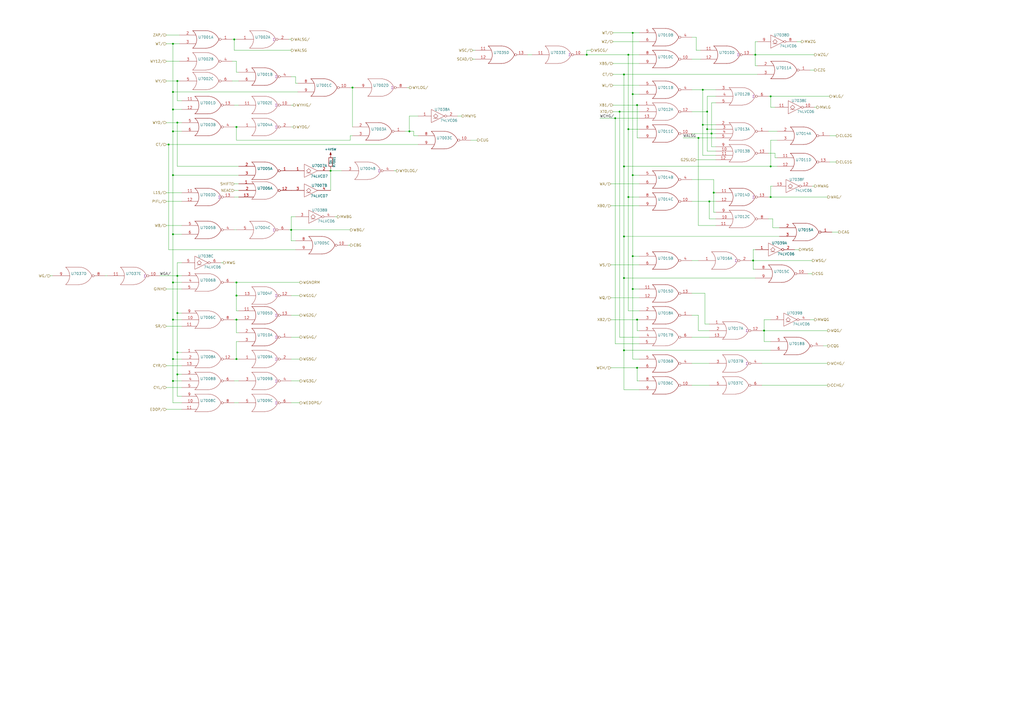
<source format=kicad_sch>
(kicad_sch (version 20211123) (generator eeschema)
  (paper "A2")
  (lib_symbols
    (symbol "Device:R" (pin_numbers hide) (pin_names (offset 0))
      (property "Reference" "R" (at 2.032 0 90))
      (property "Value" "R" (at 0 0 90))
      (symbol "R_1_1"
        (pin passive line (at 0 3.81 270) (length 1.27) (name "~") (number "1"))
        (pin passive line (at 0 -3.81 90) (length 1.27) (name "~") (number "2"))
      )
    )
    (symbol "agc_kicad_components:+4VSW" (power) (pin_names (offset 0))
      (property "Value" "+4VSW" (at 0.127 2.794 0))
      (symbol "+4VSW_1_1"
        (pin power_in line (at 0 0 90) (length 0) hide (name "+4VSW") (number "1"))
      )
    )
    (symbol "agc_kicad_components:74HC02" (pin_names (offset 0.762))
      (property "Reference" "U" (at 0 1.27 0))
      (symbol "74HC02_1_1"
        (pin output inverted (at 15.24 0 180) (length 7.62) (name "~") (number "1"))
        (pin input line (at -15.24 2.54 0) (length 9.398) (name "~") (number "2"))
        (pin input line (at -15.24 -2.54 0) (length 9.398) (name "~") (number "3"))
      )
      (symbol "74HC02_2_1"
        (pin output inverted (at 15.24 0 180) (length 7.62) (name "~") (number "4"))
        (pin input line (at -15.24 2.54 0) (length 9.398) (name "~") (number "5"))
        (pin input line (at -15.24 -2.54 0) (length 9.398) (name "~") (number "6"))
      )
      (symbol "74HC02_3_1"
        (pin output inverted (at 15.24 0 180) (length 7.62) (name "~") (number "10"))
        (pin input line (at -15.24 2.54 0) (length 9.398) (name "~") (number "8"))
        (pin input line (at -15.24 -2.54 0) (length 9.398) (name "~") (number "9"))
      )
      (symbol "74HC02_4_1"
        (pin input line (at -15.24 2.54 0) (length 9.398) (name "~") (number "11"))
        (pin input line (at -15.24 -2.54 0) (length 9.398) (name "~") (number "12"))
        (pin output inverted (at 15.24 0 180) (length 7.62) (name "~") (number "13"))
      )
      (symbol "74HC02_5_0"
        (text "GND" (at 2.54 -3.81 0) (effects (font (size 0.9906 0.9906))))
        (text "VCC" (at 2.54 3.81 0) (effects (font (size 0.9906 0.9906))))
      )
      (symbol "74HC02_5_1"
        (pin power_in line (at 0 6.35 270) (length 3.81) (name "VCC") (number "14"))
        (pin power_in line (at 0 -6.35 90) (length 3.81) (name "GND") (number "7"))
      )
    )
    (symbol "agc_kicad_components:74HC04" (pin_names (offset 0.762))
      (property "Reference" "U" (at 0 1.27 0))
      (symbol "74HC04_1_1"
        (pin input line (at -15.24 0 0) (length 9.906) (name "~") (number "1"))
        (pin output inverted (at 15.24 0 180) (length 7.62) (name "~") (number "2"))
      )
      (symbol "74HC04_2_1"
        (pin input line (at -15.24 0 0) (length 9.906) (name "~") (number "3"))
        (pin output inverted (at 15.24 0 180) (length 7.62) (name "~") (number "4"))
      )
      (symbol "74HC04_3_1"
        (pin input line (at -15.24 0 0) (length 9.906) (name "~") (number "5"))
        (pin output inverted (at 15.24 0 180) (length 7.62) (name "~") (number "6"))
      )
      (symbol "74HC04_4_1"
        (pin output inverted (at 15.24 0 180) (length 7.62) (name "~") (number "8"))
        (pin input line (at -15.24 0 0) (length 9.906) (name "~") (number "9"))
      )
      (symbol "74HC04_5_1"
        (pin output inverted (at 15.24 0 180) (length 7.62) (name "~") (number "10"))
        (pin input line (at -15.24 0 0) (length 9.906) (name "~") (number "11"))
      )
      (symbol "74HC04_6_1"
        (pin output inverted (at 15.24 0 180) (length 7.62) (name "~") (number "12"))
        (pin input line (at -15.24 0 0) (length 9.906) (name "~") (number "13"))
      )
      (symbol "74HC04_7_0"
        (text "GND" (at 2.54 -3.81 0) (effects (font (size 0.9906 0.9906))))
        (text "VCC" (at 2.54 3.81 0) (effects (font (size 0.9906 0.9906))))
      )
      (symbol "74HC04_7_1"
        (pin power_in line (at 0 6.35 270) (length 3.81) (name "VCC") (number "14"))
        (pin power_in line (at 0 -6.35 90) (length 3.81) (name "GND") (number "7"))
      )
    )
    (symbol "agc_kicad_components:74HC27" (pin_names (offset 0.762))
      (property "Reference" "U" (at 0 1.27 0))
      (symbol "74HC27_1_1"
        (pin input line (at -15.24 3.81 0) (length 8.763) (name "~") (number "1"))
        (pin output inverted (at 15.24 0 180) (length 7.62) (name "~") (number "12"))
        (pin input line (at -15.24 -3.81 0) (length 8.763) (name "~") (number "13"))
        (pin input line (at -15.24 0 0) (length 9.906) (name "~") (number "2"))
      )
      (symbol "74HC27_2_1"
        (pin input line (at -15.24 3.81 0) (length 8.763) (name "~") (number "3"))
        (pin input line (at -15.24 0 0) (length 9.906) (name "~") (number "4"))
        (pin input line (at -15.24 -3.81 0) (length 8.763) (name "~") (number "5"))
        (pin output inverted (at 15.24 0 180) (length 7.62) (name "~") (number "6"))
      )
      (symbol "74HC27_3_1"
        (pin input line (at -15.24 0 0) (length 9.906) (name "~") (number "10"))
        (pin input line (at -15.24 -3.81 0) (length 8.763) (name "~") (number "11"))
        (pin output inverted (at 15.24 0 180) (length 7.62) (name "~") (number "8"))
        (pin input line (at -15.24 3.81 0) (length 8.763) (name "~") (number "9"))
      )
      (symbol "74HC27_4_0"
        (text "GND" (at 2.54 -3.81 0) (effects (font (size 0.9906 0.9906))))
        (text "VCC" (at 2.54 3.81 0) (effects (font (size 0.9906 0.9906))))
      )
      (symbol "74HC27_4_1"
        (pin power_in line (at 0 6.35 270) (length 3.81) (name "VCC") (number "14"))
        (pin power_in line (at 0 -6.35 90) (length 3.81) (name "GND") (number "7"))
      )
    )
    (symbol "agc_kicad_components:74HC4002" (pin_names (offset 0.762))
      (property "Reference" "U" (at 0 1.27 0))
      (symbol "74HC4002_1_1"
        (pin output inverted (at 15.24 0 180) (length 7.62) (name "~") (number "1"))
        (pin input line (at -15.24 3.81 0) (length 8.509) (name "~") (number "2"))
        (pin input line (at -15.24 1.27 0) (length 9.652) (name "~") (number "3"))
        (pin input line (at -15.24 -1.27 0) (length 9.652) (name "~") (number "4"))
        (pin input line (at -15.24 -3.81 0) (length 8.509) (name "~") (number "5"))
        (pin no_connect line (at -2.54 5.08 90) (length 0) hide (name "NC1") (number "6"))
        (pin no_connect line (at 0 5.08 90) (length 0) hide (name "NC2") (number "8"))
      )
      (symbol "74HC4002_2_1"
        (pin input line (at -15.24 1.27 0) (length 9.652) (name "~") (number "10"))
        (pin input line (at -15.24 -1.27 0) (length 9.652) (name "~") (number "11"))
        (pin input line (at -15.24 -3.81 0) (length 8.509) (name "~") (number "12"))
        (pin output inverted (at 15.24 0 180) (length 7.62) (name "~") (number "13"))
        (pin no_connect line (at -2.54 5.08 90) (length 0) hide (name "NC1") (number "6"))
        (pin no_connect line (at 0 5.08 90) (length 0) hide (name "NC2") (number "8"))
        (pin input line (at -15.24 3.81 0) (length 8.509) (name "~") (number "9"))
      )
      (symbol "74HC4002_3_0"
        (text "GND" (at 2.54 -3.81 0) (effects (font (size 0.9906 0.9906))))
        (text "VCC" (at 2.54 3.81 0) (effects (font (size 0.9906 0.9906))))
      )
      (symbol "74HC4002_3_1"
        (pin power_in line (at 0 6.35 270) (length 3.81) (name "VCC") (number "14"))
        (pin power_in line (at 0 -6.35 90) (length 3.81) (name "GND") (number "7"))
      )
    )
    (symbol "agc_kicad_components:74LVC06" (pin_names (offset 0.762))
      (property "Reference" "U" (at 0 1.27 0))
      (symbol "74LVC06_1_1"
        (pin input line (at -11.43 0 0) (length 7.62) (name "~") (number "1"))
        (pin open_collector inverted (at 11.43 0 180) (length 7.62) (name "~") (number "2"))
      )
      (symbol "74LVC06_2_1"
        (pin input line (at -11.43 0 0) (length 7.62) (name "~") (number "3"))
        (pin open_collector inverted (at 11.43 0 180) (length 7.62) (name "~") (number "4"))
      )
      (symbol "74LVC06_3_1"
        (pin input line (at -11.43 0 0) (length 7.62) (name "~") (number "5"))
        (pin open_collector inverted (at 11.43 0 180) (length 7.62) (name "~") (number "6"))
      )
      (symbol "74LVC06_4_1"
        (pin open_collector inverted (at 11.43 0 180) (length 7.62) (name "~") (number "8"))
        (pin input line (at -11.43 0 0) (length 7.62) (name "~") (number "9"))
      )
      (symbol "74LVC06_5_1"
        (pin open_collector inverted (at 11.43 0 180) (length 7.62) (name "~") (number "10"))
        (pin input line (at -11.43 0 0) (length 7.62) (name "~") (number "11"))
      )
      (symbol "74LVC06_6_1"
        (pin open_collector inverted (at 11.43 0 180) (length 7.62) (name "~") (number "12"))
        (pin input line (at -11.43 0 0) (length 7.62) (name "~") (number "13"))
      )
      (symbol "74LVC06_7_0"
        (text "GND" (at 2.54 -3.81 0) (effects (font (size 0.9906 0.9906))))
        (text "VCC" (at 2.54 3.81 0) (effects (font (size 0.9906 0.9906))))
      )
      (symbol "74LVC06_7_1"
        (pin power_in line (at 0 6.35 270) (length 3.81) (name "VCC") (number "14"))
        (pin power_in line (at 0 -6.35 90) (length 3.81) (name "GND") (number "7"))
      )
    )
    (symbol "agc_kicad_components:74LVC07" (pin_names (offset 0.762))
      (property "Reference" "U" (at 0 1.27 0))
      (symbol "74LVC07_1_1"
        (pin input line (at -11.43 0 0) (length 7.62) (name "~") (number "1"))
        (pin open_collector line (at 11.43 0 180) (length 7.62) (name "~") (number "2"))
      )
      (symbol "74LVC07_2_1"
        (pin input line (at -11.43 0 0) (length 7.62) (name "~") (number "3"))
        (pin open_collector line (at 11.43 0 180) (length 7.62) (name "~") (number "4"))
      )
      (symbol "74LVC07_3_1"
        (pin input line (at -11.43 0 0) (length 7.62) (name "~") (number "5"))
        (pin open_collector line (at 11.43 0 180) (length 7.62) (name "~") (number "6"))
      )
      (symbol "74LVC07_4_1"
        (pin open_collector line (at 11.43 0 180) (length 7.62) (name "~") (number "8"))
        (pin input line (at -11.43 0 0) (length 7.62) (name "~") (number "9"))
      )
      (symbol "74LVC07_5_1"
        (pin open_collector line (at 11.43 0 180) (length 7.62) (name "~") (number "10"))
        (pin input line (at -11.43 0 0) (length 7.62) (name "~") (number "11"))
      )
      (symbol "74LVC07_6_1"
        (pin open_collector line (at 11.43 0 180) (length 7.62) (name "~") (number "12"))
        (pin input line (at -11.43 0 0) (length 7.62) (name "~") (number "13"))
      )
      (symbol "74LVC07_7_0"
        (text "GND" (at 2.54 -3.81 0) (effects (font (size 0.9906 0.9906))))
        (text "VCC" (at 2.54 3.81 0) (effects (font (size 0.9906 0.9906))))
      )
      (symbol "74LVC07_7_1"
        (pin power_in line (at 0 6.35 270) (length 3.81) (name "VCC") (number "14"))
        (pin power_in line (at 0 -6.35 90) (length 3.81) (name "GND") (number "7"))
      )
    )
  )
  (junction (at 191.77 99.06))
  (junction (at 361.95 96.52))
  (junction (at 414.02 111.76))
  (junction (at 369.57 60.96))
  (junction (at 100.33 163.83))
  (junction (at 367.03 167.64))
  (junction (at 410.21 74.93))
  (junction (at 369.57 213.36))
  (junction (at 411.48 116.84))
  (junction (at 100.33 208.28))
  (junction (at 367.03 101.6))
  (junction (at 356.87 68.58))
  (junction (at 137.16 73.66))
  (junction (at 100.33 76.2))
  (junction (at 137.16 185.42))
  (junction (at 204.47 50.8))
  (junction (at 102.87 181.61))
  (junction (at 436.88 151.13))
  (junction (at 168.91 133.35))
  (junction (at 361.95 203.2))
  (junction (at 100.33 220.98))
  (junction (at 447.04 55.88))
  (junction (at 100.33 25.4))
  (junction (at 100.33 53.34))
  (junction (at 447.04 114.3))
  (junction (at 361.95 137.16))
  (junction (at 237.49 76.2))
  (junction (at 364.49 31.75))
  (junction (at 364.49 114.3))
  (junction (at 367.03 54.61))
  (junction (at 102.87 71.12))
  (junction (at 100.33 101.6))
  (junction (at 438.15 31.75))
  (junction (at 359.41 64.77))
  (junction (at 137.16 163.83))
  (junction (at 100.33 135.89))
  (junction (at 412.75 77.47))
  (junction (at 367.03 148.59))
  (junction (at 407.67 52.07))
  (junction (at 100.33 63.5))
  (junction (at 102.87 217.17))
  (junction (at 447.04 96.52))
  (junction (at 137.16 171.45))
  (junction (at 97.79 83.82))
  (junction (at 407.67 72.39))
  (junction (at 340.36 31.75))
  (junction (at 137.16 208.28))
  (junction (at 367.03 19.05))
  (junction (at 102.87 46.99))
  (junction (at 135.89 22.86))
  (junction (at 361.95 43.18))
  (junction (at 410.21 64.77))
  (junction (at 443.23 191.77))
  (junction (at 361.95 161.29))
  (junction (at 102.87 160.02))
  (junction (at 369.57 185.42))
  (junction (at 100.33 185.42))
  (junction (at 102.87 204.47))
  (junction (at 364.49 74.93))
  (junction (at 405.13 80.01))
  (wire (pts (xy 265.43 67.31) (xy 267.97 67.31)))
  (wire (pts (xy 105.41 130.81) (xy 96.52 130.81)))
  (wire (pts (xy 401.32 52.07) (xy 407.67 52.07)))
  (wire (pts (xy 191.77 99.06) (xy 191.77 110.49)))
  (wire (pts (xy 364.49 74.93) (xy 364.49 114.3)))
  (wire (pts (xy 361.95 161.29) (xy 438.15 161.29)))
  (wire (pts (xy 135.89 220.98) (xy 138.43 220.98)))
  (wire (pts (xy 401.32 170.18) (xy 408.94 170.18)))
  (wire (pts (xy 100.33 53.34) (xy 100.33 63.5)))
  (wire (pts (xy 138.43 193.04) (xy 137.16 193.04)))
  (wire (pts (xy 100.33 135.89) (xy 105.41 135.89)))
  (wire (pts (xy 361.95 43.18) (xy 439.42 43.18)))
  (wire (pts (xy 445.77 88.9) (xy 449.58 88.9)))
  (wire (pts (xy 447.04 185.42) (xy 443.23 185.42)))
  (wire (pts (xy 96.52 71.12) (xy 102.87 71.12)))
  (wire (pts (xy 405.13 80.01) (xy 405.13 130.81)))
  (wire (pts (xy 203.2 81.28) (xy 203.2 78.74)))
  (wire (pts (xy 204.47 50.8) (xy 204.47 73.66)))
  (wire (pts (xy 364.49 180.34) (xy 370.84 180.34)))
  (wire (pts (xy 102.87 217.17) (xy 102.87 229.87)))
  (wire (pts (xy 137.16 35.56) (xy 134.62 35.56)))
  (wire (pts (xy 128.27 152.4) (xy 129.54 152.4)))
  (wire (pts (xy 401.32 77.47) (xy 412.75 77.47)))
  (wire (pts (xy 203.2 50.8) (xy 204.47 50.8)))
  (wire (pts (xy 100.33 53.34) (xy 172.72 53.34)))
  (wire (pts (xy 168.91 139.7) (xy 171.45 139.7)))
  (wire (pts (xy 137.16 185.42) (xy 138.43 185.42)))
  (wire (pts (xy 367.03 167.64) (xy 370.84 167.64)))
  (wire (pts (xy 102.87 46.99) (xy 104.14 46.99)))
  (wire (pts (xy 367.03 101.6) (xy 370.84 101.6)))
  (wire (pts (xy 411.48 116.84) (xy 411.48 127)))
  (wire (pts (xy 102.87 217.17) (xy 105.41 217.17)))
  (wire (pts (xy 100.33 220.98) (xy 100.33 233.68)))
  (wire (pts (xy 105.41 167.64) (xy 96.52 167.64)))
  (wire (pts (xy 102.87 71.12) (xy 105.41 71.12)))
  (wire (pts (xy 364.49 114.3) (xy 370.84 114.3)))
  (wire (pts (xy 405.13 80.01) (xy 415.29 80.01)))
  (wire (pts (xy 485.14 78.74) (xy 481.33 78.74)))
  (wire (pts (xy 438.15 31.75) (xy 472.44 31.75)))
  (wire (pts (xy 447.04 96.52) (xy 450.85 96.52)))
  (wire (pts (xy 167.64 22.86) (xy 168.91 22.86)))
  (wire (pts (xy 369.57 191.77) (xy 370.84 191.77)))
  (wire (pts (xy 412.75 77.47) (xy 415.29 77.47)))
  (wire (pts (xy 198.12 99.06) (xy 191.77 99.06)))
  (wire (pts (xy 369.57 213.36) (xy 370.84 213.36)))
  (wire (pts (xy 168.91 233.68) (xy 173.99 233.68)))
  (wire (pts (xy 438.15 31.75) (xy 438.15 38.1)))
  (wire (pts (xy 412.75 59.69) (xy 412.75 77.47)))
  (wire (pts (xy 167.64 133.35) (xy 168.91 133.35)))
  (wire (pts (xy 445.77 127) (xy 448.31 127)))
  (wire (pts (xy 369.57 60.96) (xy 369.57 80.01)))
  (wire (pts (xy 369.57 213.36) (xy 369.57 220.98)))
  (wire (pts (xy 137.16 193.04) (xy 137.16 185.42)))
  (wire (pts (xy 435.61 151.13) (xy 436.88 151.13)))
  (wire (pts (xy 102.87 71.12) (xy 102.87 96.52)))
  (wire (pts (xy 102.87 160.02) (xy 102.87 181.61)))
  (wire (pts (xy 194.31 125.73) (xy 195.58 125.73)))
  (wire (pts (xy 411.48 127) (xy 415.29 127)))
  (wire (pts (xy 135.89 106.68) (xy 138.43 106.68)))
  (wire (pts (xy 96.52 83.82) (xy 97.79 83.82)))
  (wire (pts (xy 135.89 163.83) (xy 137.16 163.83)))
  (wire (pts (xy 438.15 24.13) (xy 439.42 24.13)))
  (wire (pts (xy 135.89 29.21) (xy 168.91 29.21)))
  (wire (pts (xy 414.02 111.76) (xy 414.02 123.19)))
  (wire (pts (xy 436.88 151.13) (xy 436.88 156.21)))
  (wire (pts (xy 450.85 81.28) (xy 447.04 81.28)))
  (wire (pts (xy 102.87 58.42) (xy 105.41 58.42)))
  (wire (pts (xy 370.84 24.13) (xy 355.6 24.13)))
  (wire (pts (xy 168.91 133.35) (xy 203.2 133.35)))
  (wire (pts (xy 168.91 195.58) (xy 173.99 195.58)))
  (wire (pts (xy 436.88 31.75) (xy 438.15 31.75)))
  (wire (pts (xy 96.52 116.84) (xy 105.41 116.84)))
  (wire (pts (xy 203.2 78.74) (xy 204.47 78.74)))
  (wire (pts (xy 408.94 187.96) (xy 411.48 187.96)))
  (wire (pts (xy 407.67 90.17) (xy 415.29 90.17)))
  (wire (pts (xy 414.02 123.19) (xy 415.29 123.19)))
  (wire (pts (xy 191.77 97.79) (xy 191.77 99.06)))
  (wire (pts (xy 447.04 55.88) (xy 447.04 62.23)))
  (wire (pts (xy 137.16 81.28) (xy 203.2 81.28)))
  (wire (pts (xy 234.95 76.2) (xy 237.49 76.2)))
  (wire (pts (xy 102.87 181.61) (xy 105.41 181.61)))
  (wire (pts (xy 436.88 144.78) (xy 438.15 144.78)))
  (wire (pts (xy 100.33 163.83) (xy 105.41 163.83)))
  (wire (pts (xy 171.45 144.78) (xy 97.79 144.78)))
  (wire (pts (xy 408.94 170.18) (xy 408.94 187.96)))
  (wire (pts (xy 100.33 208.28) (xy 100.33 220.98)))
  (wire (pts (xy 412.75 85.09) (xy 415.29 85.09)))
  (wire (pts (xy 443.23 191.77) (xy 480.06 191.77)))
  (wire (pts (xy 237.49 67.31) (xy 242.57 67.31)))
  (wire (pts (xy 100.33 25.4) (xy 104.14 25.4)))
  (wire (pts (xy 415.29 92.71) (xy 403.86 92.71)))
  (wire (pts (xy 369.57 185.42) (xy 369.57 191.77)))
  (wire (pts (xy 135.89 22.86) (xy 135.89 29.21)))
  (wire (pts (xy 100.33 76.2) (xy 100.33 101.6)))
  (wire (pts (xy 364.49 31.75) (xy 370.84 31.75)))
  (wire (pts (xy 403.86 21.59) (xy 403.86 29.21)))
  (wire (pts (xy 137.16 171.45) (xy 138.43 171.45)))
  (wire (pts (xy 367.03 101.6) (xy 367.03 148.59)))
  (wire (pts (xy 96.52 46.99) (xy 102.87 46.99)))
  (wire (pts (xy 407.67 72.39) (xy 407.67 90.17)))
  (wire (pts (xy 92.71 160.02) (xy 102.87 160.02)))
  (wire (pts (xy 168.91 171.45) (xy 173.99 171.45)))
  (wire (pts (xy 137.16 208.28) (xy 137.16 198.12)))
  (wire (pts (xy 403.86 29.21) (xy 406.4 29.21)))
  (wire (pts (xy 469.9 40.64) (xy 472.44 40.64)))
  (wire (pts (xy 436.88 151.13) (xy 471.17 151.13)))
  (wire (pts (xy 105.41 224.79) (xy 96.52 224.79)))
  (wire (pts (xy 447.04 81.28) (xy 447.04 96.52)))
  (wire (pts (xy 370.84 153.67) (xy 354.33 153.67)))
  (wire (pts (xy 370.84 199.39) (xy 356.87 199.39)))
  (wire (pts (xy 401.32 116.84) (xy 411.48 116.84)))
  (wire (pts (xy 137.16 73.66) (xy 138.43 73.66)))
  (wire (pts (xy 461.01 144.78) (xy 463.55 144.78)))
  (wire (pts (xy 228.6 99.06) (xy 229.87 99.06)))
  (wire (pts (xy 448.31 107.95) (xy 447.04 107.95)))
  (wire (pts (xy 168.91 44.45) (xy 171.45 44.45)))
  (wire (pts (xy 135.89 73.66) (xy 137.16 73.66)))
  (wire (pts (xy 396.24 80.01) (xy 405.13 80.01)))
  (wire (pts (xy 407.67 52.07) (xy 415.29 52.07)))
  (wire (pts (xy 105.41 189.23) (xy 96.52 189.23)))
  (wire (pts (xy 347.98 68.58) (xy 356.87 68.58)))
  (wire (pts (xy 367.03 148.59) (xy 367.03 167.64)))
  (wire (pts (xy 370.84 74.93) (xy 364.49 74.93)))
  (wire (pts (xy 355.6 60.96) (xy 369.57 60.96)))
  (wire (pts (xy 274.32 34.29) (xy 275.59 34.29)))
  (wire (pts (xy 361.95 203.2) (xy 447.04 203.2)))
  (wire (pts (xy 441.96 210.82) (xy 480.06 210.82)))
  (wire (pts (xy 168.91 182.88) (xy 173.99 182.88)))
  (wire (pts (xy 359.41 64.77) (xy 359.41 195.58)))
  (wire (pts (xy 100.33 163.83) (xy 100.33 185.42)))
  (wire (pts (xy 436.88 156.21) (xy 438.15 156.21)))
  (wire (pts (xy 401.32 151.13) (xy 405.13 151.13)))
  (wire (pts (xy 412.75 59.69) (xy 415.29 59.69)))
  (wire (pts (xy 134.62 46.99) (xy 138.43 46.99)))
  (wire (pts (xy 445.77 114.3) (xy 447.04 114.3)))
  (wire (pts (xy 340.36 31.75) (xy 364.49 31.75)))
  (wire (pts (xy 410.21 74.93) (xy 410.21 87.63)))
  (wire (pts (xy 414.02 104.14) (xy 401.32 104.14)))
  (wire (pts (xy 443.23 191.77) (xy 443.23 198.12)))
  (wire (pts (xy 369.57 185.42) (xy 370.84 185.42)))
  (wire (pts (xy 401.32 34.29) (xy 406.4 34.29)))
  (wire (pts (xy 355.6 64.77) (xy 359.41 64.77)))
  (wire (pts (xy 447.04 55.88) (xy 481.33 55.88)))
  (wire (pts (xy 100.33 208.28) (xy 105.41 208.28)))
  (wire (pts (xy 137.16 73.66) (xy 137.16 81.28)))
  (wire (pts (xy 367.03 54.61) (xy 367.03 101.6)))
  (wire (pts (xy 410.21 64.77) (xy 401.32 64.77)))
  (wire (pts (xy 361.95 137.16) (xy 361.95 161.29)))
  (wire (pts (xy 137.16 180.34) (xy 138.43 180.34)))
  (wire (pts (xy 447.04 114.3) (xy 480.06 114.3)))
  (wire (pts (xy 355.6 19.05) (xy 367.03 19.05)))
  (wire (pts (xy 361.95 43.18) (xy 361.95 96.52)))
  (wire (pts (xy 168.91 125.73) (xy 168.91 133.35)))
  (wire (pts (xy 462.28 24.13) (xy 464.82 24.13)))
  (wire (pts (xy 201.93 142.24) (xy 203.2 142.24)))
  (wire (pts (xy 415.29 72.39) (xy 407.67 72.39)))
  (wire (pts (xy 168.91 208.28) (xy 173.99 208.28)))
  (wire (pts (xy 410.21 55.88) (xy 410.21 64.77)))
  (wire (pts (xy 410.21 87.63) (xy 415.29 87.63)))
  (wire (pts (xy 240.03 76.2) (xy 240.03 78.74)))
  (wire (pts (xy 97.79 144.78) (xy 97.79 83.82)))
  (wire (pts (xy 100.33 233.68) (xy 105.41 233.68)))
  (wire (pts (xy 405.13 130.81) (xy 415.29 130.81)))
  (wire (pts (xy 370.84 106.68) (xy 354.33 106.68)))
  (wire (pts (xy 135.89 60.96) (xy 138.43 60.96)))
  (wire (pts (xy 367.03 54.61) (xy 370.84 54.61)))
  (wire (pts (xy 354.33 213.36) (xy 369.57 213.36)))
  (wire (pts (xy 412.75 77.47) (xy 412.75 85.09)))
  (wire (pts (xy 240.03 78.74) (xy 242.57 78.74)))
  (wire (pts (xy 137.16 163.83) (xy 173.99 163.83)))
  (wire (pts (xy 441.96 191.77) (xy 443.23 191.77)))
  (wire (pts (xy 367.03 19.05) (xy 367.03 54.61)))
  (wire (pts (xy 411.48 116.84) (xy 415.29 116.84)))
  (wire (pts (xy 168.91 73.66) (xy 170.18 73.66)))
  (wire (pts (xy 361.95 96.52) (xy 361.95 137.16)))
  (wire (pts (xy 367.03 148.59) (xy 370.84 148.59)))
  (wire (pts (xy 100.33 63.5) (xy 105.41 63.5)))
  (wire (pts (xy 410.21 64.77) (xy 410.21 74.93)))
  (wire (pts (xy 102.87 152.4) (xy 102.87 160.02)))
  (wire (pts (xy 401.32 182.88) (xy 405.13 182.88)))
  (wire (pts (xy 445.77 55.88) (xy 447.04 55.88)))
  (wire (pts (xy 135.89 233.68) (xy 138.43 233.68)))
  (wire (pts (xy 361.95 226.06) (xy 370.84 226.06)))
  (wire (pts (xy 237.49 76.2) (xy 237.49 67.31)))
  (wire (pts (xy 138.43 110.49) (xy 135.89 110.49)))
  (wire (pts (xy 447.04 62.23) (xy 449.58 62.23)))
  (wire (pts (xy 438.15 24.13) (xy 438.15 31.75)))
  (wire (pts (xy 171.45 48.26) (xy 172.72 48.26)))
  (wire (pts (xy 102.87 229.87) (xy 105.41 229.87)))
  (wire (pts (xy 275.59 29.21) (xy 274.32 29.21)))
  (wire (pts (xy 105.41 237.49) (xy 96.52 237.49)))
  (wire (pts (xy 415.29 55.88) (xy 410.21 55.88)))
  (wire (pts (xy 441.96 223.52) (xy 480.06 223.52)))
  (wire (pts (xy 354.33 185.42) (xy 369.57 185.42)))
  (wire (pts (xy 168.91 220.98) (xy 173.99 220.98)))
  (wire (pts (xy 342.9 29.21) (xy 340.36 29.21)))
  (wire (pts (xy 137.16 35.56) (xy 137.16 41.91)))
  (wire (pts (xy 100.33 135.89) (xy 100.33 163.83)))
  (wire (pts (xy 468.63 158.75) (xy 471.17 158.75)))
  (wire (pts (xy 137.16 163.83) (xy 137.16 171.45)))
  (wire (pts (xy 100.33 185.42) (xy 105.41 185.42)))
  (wire (pts (xy 60.96 160.02) (xy 62.23 160.02)))
  (wire (pts (xy 168.91 60.96) (xy 170.18 60.96)))
  (wire (pts (xy 339.09 31.75) (xy 340.36 31.75)))
  (wire (pts (xy 448.31 132.08) (xy 452.12 132.08)))
  (wire (pts (xy 477.52 200.66) (xy 480.06 200.66)))
  (wire (pts (xy 443.23 198.12) (xy 447.04 198.12)))
  (wire (pts (xy 367.03 19.05) (xy 370.84 19.05)))
  (wire (pts (xy 356.87 68.58) (xy 370.84 68.58)))
  (wire (pts (xy 135.89 22.86) (xy 137.16 22.86)))
  (wire (pts (xy 367.03 208.28) (xy 370.84 208.28)))
  (wire (pts (xy 361.95 96.52) (xy 447.04 96.52)))
  (wire (pts (xy 102.87 204.47) (xy 102.87 217.17)))
  (wire (pts (xy 361.95 161.29) (xy 361.95 203.2)))
  (wire (pts (xy 100.33 76.2) (xy 105.41 76.2)))
  (wire (pts (xy 367.03 167.64) (xy 367.03 208.28)))
  (wire (pts (xy 135.89 185.42) (xy 137.16 185.42)))
  (wire (pts (xy 401.32 223.52) (xy 411.48 223.52)))
  (wire (pts (xy 405.13 182.88) (xy 405.13 191.77)))
  (wire (pts (xy 370.84 119.38) (xy 354.33 119.38)))
  (wire (pts (xy 96.52 25.4) (xy 100.33 25.4)))
  (wire (pts (xy 100.33 25.4) (xy 100.33 53.34)))
  (wire (pts (xy 102.87 96.52) (xy 138.43 96.52)))
  (wire (pts (xy 472.44 62.23) (xy 473.71 62.23)))
  (wire (pts (xy 102.87 152.4) (xy 105.41 152.4)))
  (wire (pts (xy 405.13 191.77) (xy 411.48 191.77)))
  (wire (pts (xy 104.14 20.32) (xy 96.52 20.32)))
  (wire (pts (xy 100.33 63.5) (xy 100.33 76.2)))
  (wire (pts (xy 359.41 64.77) (xy 370.84 64.77)))
  (wire (pts (xy 137.16 171.45) (xy 137.16 180.34)))
  (wire (pts (xy 471.17 107.95) (xy 472.44 107.95)))
  (wire (pts (xy 407.67 52.07) (xy 407.67 72.39)))
  (wire (pts (xy 436.88 144.78) (xy 436.88 151.13)))
  (wire (pts (xy 361.95 203.2) (xy 361.95 226.06)))
  (wire (pts (xy 97.79 83.82) (xy 242.57 83.82)))
  (wire (pts (xy 443.23 185.42) (xy 443.23 191.77)))
  (wire (pts (xy 100.33 101.6) (xy 138.43 101.6)))
  (wire (pts (xy 100.33 220.98) (xy 105.41 220.98)))
  (wire (pts (xy 102.87 46.99) (xy 102.87 58.42)))
  (wire (pts (xy 137.16 208.28) (xy 138.43 208.28)))
  (wire (pts (xy 414.02 104.14) (xy 414.02 111.76)))
  (wire (pts (xy 401.32 21.59) (xy 403.86 21.59)))
  (wire (pts (xy 204.47 50.8) (xy 205.74 50.8)))
  (wire (pts (xy 273.05 81.28) (xy 276.86 81.28)))
  (wire (pts (xy 364.49 31.75) (xy 364.49 74.93)))
  (wire (pts (xy 355.6 43.18) (xy 361.95 43.18)))
  (wire (pts (xy 482.6 134.62) (xy 486.41 134.62)))
  (wire (pts (xy 137.16 198.12) (xy 138.43 198.12)))
  (wire (pts (xy 168.91 125.73) (xy 171.45 125.73)))
  (wire (pts (xy 356.87 199.39) (xy 356.87 68.58)))
  (wire (pts (xy 100.33 185.42) (xy 100.33 208.28)))
  (wire (pts (xy 369.57 80.01) (xy 370.84 80.01)))
  (wire (pts (xy 137.16 41.91) (xy 138.43 41.91)))
  (wire (pts (xy 135.89 208.28) (xy 137.16 208.28)))
  (wire (pts (xy 447.04 107.95) (xy 447.04 114.3)))
  (wire (pts (xy 449.58 91.44) (xy 450.85 91.44)))
  (wire (pts (xy 102.87 204.47) (xy 105.41 204.47)))
  (wire (pts (xy 369.57 220.98) (xy 370.84 220.98)))
  (wire (pts (xy 237.49 76.2) (xy 240.03 76.2)))
  (wire (pts (xy 481.33 93.98) (xy 485.14 93.98)))
  (wire (pts (xy 236.22 50.8) (xy 237.49 50.8)))
  (wire (pts (xy 355.6 36.83) (xy 370.84 36.83)))
  (wire (pts (xy 171.45 44.45) (xy 171.45 48.26)))
  (wire (pts (xy 370.84 49.53) (xy 355.6 49.53)))
  (wire (pts (xy 364.49 114.3) (xy 364.49 180.34)))
  (wire (pts (xy 105.41 212.09) (xy 96.52 212.09)))
  (wire (pts (xy 411.48 195.58) (xy 401.32 195.58)))
  (wire (pts (xy 410.21 74.93) (xy 415.29 74.93)))
  (wire (pts (xy 102.87 160.02) (xy 105.41 160.02)))
  (wire (pts (xy 445.77 76.2) (xy 450.85 76.2)))
  (wire (pts (xy 340.36 29.21) (xy 340.36 31.75)))
  (wire (pts (xy 359.41 195.58) (xy 370.84 195.58)))
  (wire (pts (xy 102.87 181.61) (xy 102.87 204.47)))
  (wire (pts (xy 105.41 111.76) (xy 96.52 111.76)))
  (wire (pts (xy 448.31 127) (xy 448.31 132.08)))
  (wire (pts (xy 449.58 88.9) (xy 449.58 91.44)))
  (wire (pts (xy 438.15 38.1) (xy 439.42 38.1)))
  (wire (pts (xy 135.89 133.35) (xy 137.16 133.35)))
  (wire (pts (xy 30.48 160.02) (xy 29.21 160.02)))
  (wire (pts (xy 361.95 137.16) (xy 452.12 137.16)))
  (wire (pts (xy 134.62 22.86) (xy 135.89 22.86)))
  (wire (pts (xy 168.91 133.35) (xy 168.91 139.7)))
  (wire (pts (xy 100.33 101.6) (xy 100.33 135.89)))
  (wire (pts (xy 369.57 60.96) (xy 370.84 60.96)))
  (wire (pts (xy 370.84 172.72) (xy 354.33 172.72)))
  (wire (pts (xy 306.07 31.75) (xy 308.61 31.75)))
  (wire (pts (xy 411.48 210.82) (xy 401.32 210.82)))
  (wire (pts (xy 135.89 114.3) (xy 138.43 114.3)))
  (wire (pts (xy 469.9 185.42) (xy 472.44 185.42)))
  (wire (pts (xy 414.02 111.76) (xy 415.29 111.76)))
  (wire (pts (xy 104.14 35.56) (xy 96.52 35.56)))
  (label "WCHG/" (at 347.98 68.58 0) (effects (font (size 1.524 1.524))))
  (label "WALSG" (at 396.24 80.01 0) (effects (font (size 1.524 1.524))))
  (label "WGA/" (at 92.71 160.02 0) (effects (font (size 1.524 1.524))))
  (hierarchical_label "CUG" (shape output) (at 276.86 81.28 0) (effects (font (size 1.524 1.524))))
  (hierarchical_label "MWSG" (shape output) (at 463.55 144.78 0) (effects (font (size 1.524 1.524))))
  (hierarchical_label "CQG" (shape output) (at 480.06 200.66 0) (effects (font (size 1.524 1.524))))
  (hierarchical_label "WG4G/" (shape output) (at 173.99 195.58 0) (effects (font (size 1.524 1.524))))
  (hierarchical_label "PIFL/" (shape input) (at 96.52 116.84 180) (effects (font (size 1.524 1.524))))
  (hierarchical_label "WSCG/" (shape output) (at 342.9 29.21 0) (effects (font (size 1.524 1.524))))
  (hierarchical_label "WSG/" (shape output) (at 471.17 151.13 0) (effects (font (size 1.524 1.524))))
  (hierarchical_label "SHIFT" (shape input) (at 135.89 106.68 180) (effects (font (size 1.524 1.524))))
  (hierarchical_label "WG5G/" (shape output) (at 173.99 208.28 0) (effects (font (size 1.524 1.524))))
  (hierarchical_label "MWZG" (shape output) (at 464.82 24.13 0) (effects (font (size 1.524 1.524))))
  (hierarchical_label "CCHG/" (shape output) (at 480.06 223.52 0) (effects (font (size 1.524 1.524))))
  (hierarchical_label "WQG/" (shape output) (at 480.06 191.77 0) (effects (font (size 1.524 1.524))))
  (hierarchical_label "WYD/" (shape input) (at 96.52 71.12 180) (effects (font (size 1.524 1.524))))
  (hierarchical_label "WALSG/" (shape output) (at 168.91 22.86 0) (effects (font (size 1.524 1.524))))
  (hierarchical_label "CT/" (shape input) (at 96.52 83.82 180) (effects (font (size 1.524 1.524))))
  (hierarchical_label "G2SLG" (shape input) (at 403.86 92.71 180) (effects (font (size 1.524 1.524))))
  (hierarchical_label "SR/" (shape input) (at 96.52 189.23 180) (effects (font (size 1.524 1.524))))
  (hierarchical_label "WZ/" (shape input) (at 355.6 24.13 180) (effects (font (size 1.524 1.524))))
  (hierarchical_label "XB2/" (shape input) (at 354.33 185.42 180) (effects (font (size 1.524 1.524))))
  (hierarchical_label "WAG/" (shape output) (at 480.06 114.3 0) (effects (font (size 1.524 1.524))))
  (hierarchical_label "MWAG" (shape output) (at 472.44 107.95 0) (effects (font (size 1.524 1.524))))
  (hierarchical_label "WY12/" (shape input) (at 96.52 35.56 180) (effects (font (size 1.524 1.524))))
  (hierarchical_label "CAG" (shape output) (at 486.41 134.62 0) (effects (font (size 1.524 1.524))))
  (hierarchical_label "XB0/" (shape input) (at 354.33 119.38 180) (effects (font (size 1.524 1.524))))
  (hierarchical_label "CLG1G" (shape output) (at 485.14 93.98 0) (effects (font (size 1.524 1.524))))
  (hierarchical_label "WALSG" (shape output) (at 168.91 29.21 0) (effects (font (size 1.524 1.524))))
  (hierarchical_label "WG/" (shape input) (at 29.21 160.02 180) (effects (font (size 1.524 1.524))))
  (hierarchical_label "XB5/" (shape input) (at 355.6 36.83 180) (effects (font (size 1.524 1.524))))
  (hierarchical_label "WSC/" (shape input) (at 274.32 29.21 180) (effects (font (size 1.524 1.524))))
  (hierarchical_label "WYLOG/" (shape output) (at 237.49 50.8 0) (effects (font (size 1.524 1.524))))
  (hierarchical_label "WZG/" (shape output) (at 472.44 31.75 0) (effects (font (size 1.524 1.524))))
  (hierarchical_label "MWLG" (shape output) (at 473.71 62.23 0) (effects (font (size 1.524 1.524))))
  (hierarchical_label "WLG/" (shape output) (at 481.33 55.88 0) (effects (font (size 1.524 1.524))))
  (hierarchical_label "CYL/" (shape input) (at 96.52 224.79 180) (effects (font (size 1.524 1.524))))
  (hierarchical_label "ZAP/" (shape input) (at 96.52 20.32 180) (effects (font (size 1.524 1.524))))
  (hierarchical_label "MWG" (shape output) (at 129.54 152.4 0) (effects (font (size 1.524 1.524))))
  (hierarchical_label "XB1/" (shape input) (at 355.6 60.96 180) (effects (font (size 1.524 1.524))))
  (hierarchical_label "WB/" (shape input) (at 96.52 130.81 180) (effects (font (size 1.524 1.524))))
  (hierarchical_label "WA/" (shape input) (at 354.33 106.68 180) (effects (font (size 1.524 1.524))))
  (hierarchical_label "WQ/" (shape input) (at 354.33 172.72 180) (effects (font (size 1.524 1.524))))
  (hierarchical_label "WT/" (shape input) (at 355.6 19.05 180) (effects (font (size 1.524 1.524))))
  (hierarchical_label "CSG" (shape output) (at 471.17 158.75 0) (effects (font (size 1.524 1.524))))
  (hierarchical_label "WYHIG/" (shape output) (at 170.18 60.96 0) (effects (font (size 1.524 1.524))))
  (hierarchical_label "WT/" (shape input) (at 96.52 25.4 180) (effects (font (size 1.524 1.524))))
  (hierarchical_label "WG3G/" (shape output) (at 173.99 220.98 0) (effects (font (size 1.524 1.524))))
  (hierarchical_label "L15/" (shape input) (at 96.52 111.76 180) (effects (font (size 1.524 1.524))))
  (hierarchical_label "WL/" (shape input) (at 355.6 49.53 180) (effects (font (size 1.524 1.524))))
  (hierarchical_label "WY/" (shape input) (at 96.52 46.99 180) (effects (font (size 1.524 1.524))))
  (hierarchical_label "CYR/" (shape input) (at 96.52 212.09 180) (effects (font (size 1.524 1.524))))
  (hierarchical_label "WYDG/" (shape output) (at 170.18 73.66 0) (effects (font (size 1.524 1.524))))
  (hierarchical_label "WCHG/" (shape output) (at 480.06 210.82 0) (effects (font (size 1.524 1.524))))
  (hierarchical_label "MWBG" (shape output) (at 195.58 125.73 0) (effects (font (size 1.524 1.524))))
  (hierarchical_label "WEDOPG/" (shape output) (at 173.99 233.68 0) (effects (font (size 1.524 1.524))))
  (hierarchical_label "GINH" (shape input) (at 96.52 167.64 180) (effects (font (size 1.524 1.524))))
  (hierarchical_label "EDOP/" (shape input) (at 96.52 237.49 180) (effects (font (size 1.524 1.524))))
  (hierarchical_label "NEAC" (shape input) (at 135.89 110.49 180) (effects (font (size 1.524 1.524))))
  (hierarchical_label "CLG2G" (shape output) (at 485.14 78.74 0) (effects (font (size 1.524 1.524))))
  (hierarchical_label "WGNORM" (shape output) (at 173.99 163.83 0) (effects (font (size 1.524 1.524))))
  (hierarchical_label "WBG/" (shape output) (at 203.2 133.35 0) (effects (font (size 1.524 1.524))))
  (hierarchical_label "CBG" (shape output) (at 203.2 142.24 0) (effects (font (size 1.524 1.524))))
  (hierarchical_label "WS/" (shape input) (at 354.33 153.67 180) (effects (font (size 1.524 1.524))))
  (hierarchical_label "MWYG" (shape output) (at 267.97 67.31 0) (effects (font (size 1.524 1.524))))
  (hierarchical_label "CT/" (shape input) (at 355.6 43.18 180) (effects (font (size 1.524 1.524))))
  (hierarchical_label "WG2G/" (shape output) (at 173.99 182.88 0) (effects (font (size 1.524 1.524))))
  (hierarchical_label "WCH/" (shape input) (at 354.33 213.36 180) (effects (font (size 1.524 1.524))))
  (hierarchical_label "SCAD/" (shape input) (at 274.32 34.29 180) (effects (font (size 1.524 1.524))))
  (hierarchical_label "CZG" (shape output) (at 472.44 40.64 0) (effects (font (size 1.524 1.524))))
  (hierarchical_label "XT0/" (shape input) (at 355.6 64.77 180) (effects (font (size 1.524 1.524))))
  (hierarchical_label "MWQG" (shape output) (at 472.44 185.42 0) (effects (font (size 1.524 1.524))))
  (hierarchical_label "WG1G/" (shape output) (at 173.99 171.45 0) (effects (font (size 1.524 1.524))))
  (hierarchical_label "WYDLOG/" (shape output) (at 229.87 99.06 0) (effects (font (size 1.524 1.524))))
  (symbol (lib_id "agc_kicad_components:74HC02") (at 119.38 22.86 0) (unit 1)
    (property "Reference" "U7001" (at 119.38 21.59 0) (effects (font (size 1.524 1.524))))
    (property "Value" "74HC02" (effects hide))
  )
  (symbol (lib_id "agc_kicad_components:74HC04") (at 152.4 22.86 0) (unit 1)
    (property "Reference" "U7002" (at 152.4 21.59 0) (effects (font (size 1.524 1.524))))
    (property "Value" "74HC04" (effects hide))
    (property "Initial" "1" (at 158.75 22.86 0) (effects (font (size 1.524 1.524) italic)))
  )
  (symbol (lib_id "agc_kicad_components:74HC04") (at 119.38 35.56 0) (unit 2)
    (property "Reference" "U7002" (at 119.38 34.29 0) (effects (font (size 1.524 1.524))))
    (property "Value" "74HC04" (effects hide))
  )
  (symbol (lib_id "agc_kicad_components:74HC04") (at 119.38 46.99 0) (unit 3)
    (property "Reference" "U7002" (at 119.38 45.72 0) (effects (font (size 1.524 1.524))))
    (property "Value" "74HC04" (effects hide))
  )
  (symbol (lib_id "agc_kicad_components:74HC02") (at 153.67 44.45 0) (unit 2)
    (property "Reference" "U7001" (at 153.67 43.18 0) (effects (font (size 1.524 1.524))))
    (property "Value" "74HC02" (effects hide))
    (property "Initial" "1" (at 160.02 44.45 0) (effects (font (size 1.524 1.524) italic)))
  )
  (symbol (lib_id "agc_kicad_components:74HC02") (at 187.96 50.8 0) (unit 3)
    (property "Reference" "U7001" (at 187.96 49.53 0) (effects (font (size 1.524 1.524))))
    (property "Value" "74HC02" (effects hide))
  )
  (symbol (lib_id "agc_kicad_components:74HC04") (at 220.98 50.8 0) (unit 4)
    (property "Reference" "U7002" (at 220.98 49.53 0) (effects (font (size 1.524 1.524))))
    (property "Value" "74HC04" (effects hide))
    (property "Initial" "1" (at 227.33 50.8 0) (effects (font (size 1.524 1.524) italic)))
  )
  (symbol (lib_id "agc_kicad_components:74HC02") (at 120.65 60.96 0) (unit 4)
    (property "Reference" "U7001" (at 120.65 59.69 0) (effects (font (size 1.524 1.524))))
    (property "Value" "74HC02" (effects hide))
  )
  (symbol (lib_id "agc_kicad_components:74HC04") (at 153.67 60.96 0) (unit 5)
    (property "Reference" "U7002" (at 153.67 59.69 0) (effects (font (size 1.524 1.524))))
    (property "Value" "74HC04" (effects hide))
    (property "Initial" "1" (at 160.02 60.96 0) (effects (font (size 1.524 1.524) italic)))
  )
  (symbol (lib_id "agc_kicad_components:74HC02") (at 219.71 76.2 0) (unit 1)
    (property "Reference" "U7003" (at 219.71 74.93 0) (effects (font (size 1.524 1.524))))
    (property "Value" "74HC02" (effects hide))
  )
  (symbol (lib_id "agc_kicad_components:74HC02") (at 120.65 73.66 0) (unit 2)
    (property "Reference" "U7003" (at 120.65 72.39 0) (effects (font (size 1.524 1.524))))
    (property "Value" "74HC02" (effects hide))
  )
  (symbol (lib_id "agc_kicad_components:74HC02") (at 257.81 81.28 0) (unit 3)
    (property "Reference" "U7003" (at 257.81 80.01 0) (effects (font (size 1.524 1.524))))
    (property "Value" "74HC02" (effects hide))
  )
  (symbol (lib_id "agc_kicad_components:74HC04") (at 153.67 73.66 0) (unit 1)
    (property "Reference" "U7004" (at 153.67 72.39 0) (effects (font (size 1.524 1.524))))
    (property "Value" "74HC04" (effects hide))
    (property "Initial" "1" (at 160.02 73.66 0) (effects (font (size 1.524 1.524) italic)))
  )
  (symbol (lib_id "agc_kicad_components:74HC02") (at 120.65 114.3 0) (unit 4)
    (property "Reference" "U7003" (at 120.65 113.03 0) (effects (font (size 1.524 1.524))))
    (property "Value" "74HC02" (effects hide))
    (property "Initial" "1" (at 127 114.3 0) (effects (font (size 1.524 1.524) italic)))
  )
  (symbol (lib_id "agc_kicad_components:74HC02") (at 153.67 99.06 0) (unit 1)
    (property "Reference" "U7005" (at 153.67 97.79 0) (effects (font (size 1.524 1.524))))
    (property "Value" "74HC02" (effects hide))
  )
  (symbol (lib_id "agc_kicad_components:74HC27") (at 153.67 110.49 0) (unit 1)
    (property "Reference" "U7006" (at 153.67 109.22 0) (effects (font (size 1.524 1.524))))
    (property "Value" "74HC27" (effects hide))
  )
  (symbol (lib_id "agc_kicad_components:74LVC07") (at 180.34 99.06 0) (unit 1)
    (property "Reference" "U7007" (at 185.293 96.139 0) (effects (font (size 1.524 1.524))))
    (property "Value" "74LVC07" (at 185.166 102.235 0) (effects (font (size 1.524 1.524))))
  )
  (symbol (lib_id "agc_kicad_components:74LVC07") (at 180.34 110.49 0) (unit 2)
    (property "Reference" "U7007" (at 185.293 107.569 0) (effects (font (size 1.524 1.524))))
    (property "Value" "74LVC07" (at 185.166 113.665 0) (effects (font (size 1.524 1.524))))
  )
  (symbol (lib_id "Device:R") (at 191.77 93.98 0) (unit 1)
    (property "Reference" "R7001" (at 193.802 93.98 90))
    (property "Value" "5k" (at 191.77 93.98 90))
  )
  (symbol (lib_id "agc_kicad_components:74HC04") (at 213.36 99.06 0) (unit 2)
    (property "Reference" "U7004" (at 213.36 97.79 0) (effects (font (size 1.524 1.524))))
    (property "Value" "74HC04" (effects hide))
    (property "Initial" "1" (at 219.71 99.06 0) (effects (font (size 1.524 1.524) italic)))
  )
  (symbol (lib_id "agc_kicad_components:74HC02") (at 120.65 133.35 0) (unit 2)
    (property "Reference" "U7005" (at 120.65 132.08 0) (effects (font (size 1.524 1.524))))
    (property "Value" "74HC02" (effects hide))
  )
  (symbol (lib_id "agc_kicad_components:74HC04") (at 152.4 133.35 0) (unit 3)
    (property "Reference" "U7004" (at 152.4 132.08 0) (effects (font (size 1.524 1.524))))
    (property "Value" "74HC04" (effects hide))
    (property "Initial" "1" (at 158.75 133.35 0) (effects (font (size 1.524 1.524) italic)))
  )
  (symbol (lib_id "agc_kicad_components:74HC02") (at 186.69 142.24 0) (unit 3)
    (property "Reference" "U7005" (at 186.69 140.97 0) (effects (font (size 1.524 1.524))))
    (property "Value" "74HC02" (effects hide))
  )
  (symbol (lib_id "agc_kicad_components:74HC27") (at 120.65 163.83 0) (unit 2)
    (property "Reference" "U7006" (at 120.65 162.56 0) (effects (font (size 1.524 1.524))))
    (property "Value" "74HC27" (effects hide))
  )
  (symbol (lib_id "agc_kicad_components:74HC04") (at 153.67 171.45 0) (unit 6)
    (property "Reference" "U7004" (at 153.67 170.18 0) (effects (font (size 1.524 1.524))))
    (property "Value" "74HC04" (effects hide))
    (property "Initial" "1" (at 160.02 171.45 0) (effects (font (size 1.524 1.524) italic)))
  )
  (symbol (lib_id "agc_kicad_components:74HC27") (at 120.65 185.42 0) (unit 3)
    (property "Reference" "U7006" (at 120.65 184.15 0) (effects (font (size 1.524 1.524))))
    (property "Value" "74HC27" (effects hide))
  )
  (symbol (lib_id "agc_kicad_components:74HC02") (at 153.67 182.88 0) (unit 4)
    (property "Reference" "U7005" (at 153.67 181.61 0) (effects (font (size 1.524 1.524))))
    (property "Value" "74HC02" (effects hide))
    (property "Initial" "1" (at 160.02 182.88 0) (effects (font (size 1.524 1.524) italic)))
  )
  (symbol (lib_id "agc_kicad_components:74HC27") (at 120.65 208.28 0) (unit 1)
    (property "Reference" "U7008" (at 120.65 207.01 0) (effects (font (size 1.524 1.524))))
    (property "Value" "74HC27" (effects hide))
  )
  (symbol (lib_id "agc_kicad_components:74HC04") (at 153.67 208.28 0) (unit 1)
    (property "Reference" "U7009" (at 153.67 207.01 0) (effects (font (size 1.524 1.524))))
    (property "Value" "74HC04" (effects hide))
    (property "Initial" "1" (at 160.02 208.28 0) (effects (font (size 1.524 1.524) italic)))
  )
  (symbol (lib_id "agc_kicad_components:74HC02") (at 153.67 195.58 0) (unit 1)
    (property "Reference" "U7010" (at 153.67 194.31 0) (effects (font (size 1.524 1.524))))
    (property "Value" "74HC02" (effects hide))
    (property "Initial" "1" (at 160.02 195.58 0) (effects (font (size 1.524 1.524) italic)))
  )
  (symbol (lib_id "agc_kicad_components:74HC27") (at 120.65 220.98 0) (unit 2)
    (property "Reference" "U7008" (at 120.65 219.71 0) (effects (font (size 1.524 1.524))))
    (property "Value" "74HC27" (effects hide))
  )
  (symbol (lib_id "agc_kicad_components:74HC04") (at 153.67 220.98 0) (unit 2)
    (property "Reference" "U7009" (at 153.67 219.71 0) (effects (font (size 1.524 1.524))))
    (property "Value" "74HC04" (effects hide))
    (property "Initial" "1" (at 160.02 220.98 0) (effects (font (size 1.524 1.524) italic)))
  )
  (symbol (lib_id "agc_kicad_components:74HC27") (at 120.65 233.68 0) (unit 3)
    (property "Reference" "U7008" (at 120.65 232.41 0) (effects (font (size 1.524 1.524))))
    (property "Value" "74HC27" (effects hide))
  )
  (symbol (lib_id "agc_kicad_components:74HC04") (at 153.67 233.68 0) (unit 3)
    (property "Reference" "U7009" (at 153.67 232.41 0) (effects (font (size 1.524 1.524))))
    (property "Value" "74HC04" (effects hide))
    (property "Initial" "1" (at 160.02 233.68 0) (effects (font (size 1.524 1.524) italic)))
  )
  (symbol (lib_id "agc_kicad_components:74HC02") (at 386.08 21.59 0) (unit 2)
    (property "Reference" "U7010" (at 386.08 20.32 0) (effects (font (size 1.524 1.524))))
    (property "Value" "74HC02" (effects hide))
  )
  (symbol (lib_id "agc_kicad_components:74HC02") (at 386.08 34.29 0) (unit 3)
    (property "Reference" "U7010" (at 386.08 33.02 0) (effects (font (size 1.524 1.524))))
    (property "Value" "74HC02" (effects hide))
  )
  (symbol (lib_id "agc_kicad_components:74HC02") (at 421.64 31.75 0) (unit 4)
    (property "Reference" "U7010" (at 421.64 30.48 0) (effects (font (size 1.524 1.524))))
    (property "Value" "74HC02" (effects hide))
    (property "Initial" "1" (at 427.99 31.75 0) (effects (font (size 1.524 1.524) italic)))
  )
  (symbol (lib_id "agc_kicad_components:74HC02") (at 454.66 40.64 0) (unit 1)
    (property "Reference" "U7011" (at 454.66 39.37 0) (effects (font (size 1.524 1.524))))
    (property "Value" "74HC02" (effects hide))
  )
  (symbol (lib_id "agc_kicad_components:74HC02") (at 386.08 52.07 0) (unit 2)
    (property "Reference" "U7011" (at 386.08 50.8 0) (effects (font (size 1.524 1.524))))
    (property "Value" "74HC02" (effects hide))
  )
  (symbol (lib_id "agc_kicad_components:74HC27") (at 386.08 64.77 0) (unit 1)
    (property "Reference" "U7012" (at 386.08 63.5 0) (effects (font (size 1.524 1.524))))
    (property "Value" "74HC27" (effects hide))
  )
  (symbol (lib_id "agc_kicad_components:74HC02") (at 386.08 77.47 0) (unit 3)
    (property "Reference" "U7011" (at 386.08 76.2 0) (effects (font (size 1.524 1.524))))
    (property "Value" "74HC02" (effects hide))
  )
  (symbol (lib_id "agc_kicad_components:74HC27") (at 430.53 55.88 0) (unit 2)
    (property "Reference" "U7012" (at 430.53 54.61 0) (effects (font (size 1.524 1.524))))
    (property "Value" "74HC27" (effects hide))
    (property "Initial" "1" (at 436.88 55.88 0) (effects (font (size 1.524 1.524) italic)))
  )
  (symbol (lib_id "agc_kicad_components:74HC4002") (at 430.53 76.2 0) (unit 1)
    (property "Reference" "U7013" (at 430.53 74.93 0) (effects (font (size 1.524 1.524))))
    (property "Value" "74HC4002" (effects hide))
  )
  (symbol (lib_id "agc_kicad_components:74HC4002") (at 430.53 88.9 0) (unit 2)
    (property "Reference" "U7013" (at 430.53 87.63 0) (effects (font (size 1.524 1.524))))
    (property "Value" "74HC4002" (effects hide))
  )
  (symbol (lib_id "agc_kicad_components:74HC02") (at 466.09 93.98 0) (unit 4)
    (property "Reference" "U7011" (at 466.09 92.71 0) (effects (font (size 1.524 1.524))))
    (property "Value" "74HC02" (effects hide))
  )
  (symbol (lib_id "agc_kicad_components:74HC02") (at 466.09 78.74 0) (unit 1)
    (property "Reference" "U7014" (at 466.09 77.47 0) (effects (font (size 1.524 1.524))))
    (property "Value" "74HC02" (effects hide))
  )
  (symbol (lib_id "agc_kicad_components:74HC02") (at 386.08 104.14 0) (unit 2)
    (property "Reference" "U7014" (at 386.08 102.87 0) (effects (font (size 1.524 1.524))))
    (property "Value" "74HC02" (effects hide))
  )
  (symbol (lib_id "agc_kicad_components:74HC02") (at 386.08 116.84 0) (unit 3)
    (property "Reference" "U7014" (at 386.08 115.57 0) (effects (font (size 1.524 1.524))))
    (property "Value" "74HC02" (effects hide))
  )
  (symbol (lib_id "agc_kicad_components:74HC02") (at 430.53 114.3 0) (unit 4)
    (property "Reference" "U7014" (at 430.53 113.03 0) (effects (font (size 1.524 1.524))))
    (property "Value" "74HC02" (effects hide))
    (property "Initial" "1" (at 436.88 114.3 0) (effects (font (size 1.524 1.524) italic)))
  )
  (symbol (lib_id "agc_kicad_components:74HC27") (at 430.53 127 0) (unit 3)
    (property "Reference" "U7012" (at 430.53 125.73 0) (effects (font (size 1.524 1.524))))
    (property "Value" "74HC27" (effects hide))
  )
  (symbol (lib_id "agc_kicad_components:74HC02") (at 467.36 134.62 0) (unit 1)
    (property "Reference" "U7015" (at 467.36 133.35 0) (effects (font (size 1.524 1.524))))
    (property "Value" "74HC02" (effects hide))
  )
  (symbol (lib_id "agc_kicad_components:74HC02") (at 386.08 151.13 0) (unit 2)
    (property "Reference" "U7015" (at 386.08 149.86 0) (effects (font (size 1.524 1.524))))
    (property "Value" "74HC02" (effects hide))
  )
  (symbol (lib_id "agc_kicad_components:74HC04") (at 420.37 151.13 0) (unit 1)
    (property "Reference" "U7016" (at 420.37 149.86 0) (effects (font (size 1.524 1.524))))
    (property "Value" "74HC04" (effects hide))
    (property "Initial" "1" (at 426.72 151.13 0) (effects (font (size 1.524 1.524) italic)))
  )
  (symbol (lib_id "agc_kicad_components:74HC02") (at 453.39 158.75 0) (unit 3)
    (property "Reference" "U7015" (at 453.39 157.48 0) (effects (font (size 1.524 1.524))))
    (property "Value" "74HC02" (effects hide))
  )
  (symbol (lib_id "agc_kicad_components:74HC02") (at 386.08 170.18 0) (unit 4)
    (property "Reference" "U7015" (at 386.08 168.91 0) (effects (font (size 1.524 1.524))))
    (property "Value" "74HC02" (effects hide))
  )
  (symbol (lib_id "agc_kicad_components:74HC27") (at 426.72 191.77 0) (unit 1)
    (property "Reference" "U7017" (at 426.72 190.5 0) (effects (font (size 1.524 1.524))))
    (property "Value" "74HC27" (effects hide))
    (property "Initial" "1" (at 433.07 191.77 0) (effects (font (size 1.524 1.524) italic)))
  )
  (symbol (lib_id "agc_kicad_components:74HC02") (at 386.08 182.88 0) (unit 1)
    (property "Reference" "U7018" (at 386.08 181.61 0) (effects (font (size 1.524 1.524))))
    (property "Value" "74HC02" (effects hide))
  )
  (symbol (lib_id "agc_kicad_components:74HC27") (at 386.08 195.58 0) (unit 2)
    (property "Reference" "U7017" (at 386.08 194.31 0) (effects (font (size 1.524 1.524))))
    (property "Value" "74HC27" (effects hide))
  )
  (symbol (lib_id "agc_kicad_components:74HC02") (at 462.28 200.66 0) (unit 2)
    (property "Reference" "U7018" (at 462.28 199.39 0) (effects (font (size 1.524 1.524))))
    (property "Value" "74HC02" (effects hide))
  )
  (symbol (lib_id "agc_kicad_components:74HC02") (at 290.83 31.75 0) (unit 4)
    (property "Reference" "U7035" (at 290.83 30.48 0) (effects (font (size 1.524 1.524))))
    (property "Value" "74HC02" (effects hide))
  )
  (symbol (lib_id "agc_kicad_components:74HC04") (at 323.85 31.75 0) (unit 5)
    (property "Reference" "U7033" (at 323.85 30.48 0) (effects (font (size 1.524 1.524))))
    (property "Value" "74HC04" (effects hide))
    (property "Initial" "1" (at 330.2 31.75 0) (effects (font (size 1.524 1.524) italic)))
  )
  (symbol (lib_id "agc_kicad_components:74HC02") (at 386.08 210.82 0) (unit 2)
    (property "Reference" "U7036" (at 386.08 209.55 0) (effects (font (size 1.524 1.524))))
    (property "Value" "74HC02" (effects hide))
  )
  (symbol (lib_id "agc_kicad_components:74HC04") (at 426.72 210.82 0) (unit 2)
    (property "Reference" "U7037" (at 426.72 209.55 0) (effects (font (size 1.524 1.524))))
    (property "Value" "74HC04" (effects hide))
    (property "Initial" "1" (at 433.07 210.82 0) (effects (font (size 1.524 1.524) italic)))
  )
  (symbol (lib_id "agc_kicad_components:74HC04") (at 426.72 223.52 0) (unit 3)
    (property "Reference" "U7037" (at 426.72 222.25 0) (effects (font (size 1.524 1.524))))
    (property "Value" "74HC04" (effects hide))
  )
  (symbol (lib_id "agc_kicad_components:74HC02") (at 386.08 223.52 0) (unit 3)
    (property "Reference" "U7036" (at 386.08 222.25 0) (effects (font (size 1.524 1.524))))
    (property "Value" "74HC02" (effects hide))
  )
  (symbol (lib_id "agc_kicad_components:74HC04") (at 45.72 160.02 0) (unit 4)
    (property "Reference" "U7037" (at 45.72 158.75 0) (effects (font (size 1.524 1.524))))
    (property "Value" "74HC04" (effects hide))
  )
  (symbol (lib_id "agc_kicad_components:74HC04") (at 77.47 160.02 0) (unit 5)
    (property "Reference" "U7037" (at 77.47 158.75 0) (effects (font (size 1.524 1.524))))
    (property "Value" "74HC04" (effects hide))
    (property "Initial" "1" (at 83.82 160.02 0) (effects (font (size 1.524 1.524) italic)))
  )
  (symbol (lib_id "agc_kicad_components:+4VSW") (at 191.77 90.17 0) (unit 1)
    (property "Reference" "#PWR09" (effects hide))
    (property "Value" "+4VSW" (at 191.77 86.614 0))
  )
  (symbol (lib_id "agc_kicad_components:74LVC06") (at 254 67.31 0) (unit 1)
    (property "Reference" "U7038" (at 256.54 63.5 0) (effects (font (size 1.524 1.524))))
    (property "Value" "74LVC06" (at 260.35 69.85 0) (effects (font (size 1.524 1.524))))
  )
  (symbol (lib_id "agc_kicad_components:74LVC06") (at 182.88 125.73 0) (unit 2)
    (property "Reference" "U7038" (at 185.42 121.92 0) (effects (font (size 1.524 1.524))))
    (property "Value" "74LVC06" (at 189.23 128.27 0) (effects (font (size 1.524 1.524))))
  )
  (symbol (lib_id "agc_kicad_components:74LVC06") (at 116.84 152.4 0) (unit 3)
    (property "Reference" "U7038" (at 119.38 148.59 0) (effects (font (size 1.524 1.524))))
    (property "Value" "74LVC06" (at 123.19 154.94 0) (effects (font (size 1.524 1.524))))
  )
  (symbol (lib_id "agc_kicad_components:74LVC06") (at 450.85 24.13 0) (unit 4)
    (property "Reference" "U7038" (at 453.39 20.32 0) (effects (font (size 1.524 1.524))))
    (property "Value" "74LVC06" (at 457.2 26.67 0) (effects (font (size 1.524 1.524))))
  )
  (symbol (lib_id "agc_kicad_components:74LVC06") (at 461.01 62.23 0) (unit 5)
    (property "Reference" "U7038" (at 463.55 58.42 0) (effects (font (size 1.524 1.524))))
    (property "Value" "74LVC06" (at 467.36 64.77 0) (effects (font (size 1.524 1.524))))
  )
  (symbol (lib_id "agc_kicad_components:74LVC06") (at 459.74 107.95 0) (unit 6)
    (property "Reference" "U7038" (at 462.28 104.14 0) (effects (font (size 1.524 1.524))))
    (property "Value" "74LVC06" (at 466.09 110.49 0) (effects (font (size 1.524 1.524))))
  )
  (symbol (lib_id "agc_kicad_components:74LVC06") (at 449.58 144.78 0) (unit 1)
    (property "Reference" "U7039" (at 452.12 140.97 0) (effects (font (size 1.524 1.524))))
    (property "Value" "74LVC06" (at 455.93 147.32 0) (effects (font (size 1.524 1.524))))
  )
  (symbol (lib_id "agc_kicad_components:74LVC06") (at 458.47 185.42 0) (unit 2)
    (property "Reference" "U7039" (at 461.01 181.61 0) (effects (font (size 1.524 1.524))))
    (property "Value" "74LVC06" (at 464.82 187.96 0) (effects (font (size 1.524 1.524))))
  )
)
</source>
